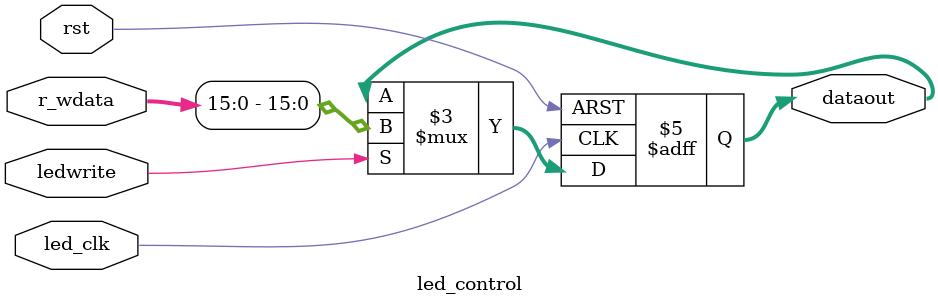
<source format=v>
`timescale 1ns/1ps
module led_control(
input led_clk,
input rst,
input ledwrite,
input [31:0] r_wdata,
output reg [15:0]dataout                                       
);


  
//Í¨¹ýÊ²Ã´ÐÅºÅÅÐ¶ÁÊýÂë¹Ü»¹ÊÇled£¨ÏÖÔÚµÄÉèÏëÊÇÍ¨¹ý¶àÂ·Ñ¡ÔñÆ÷£©

//      Light_seg light_seg1(.s(temp[31:28]),.segwrite(segwrite), .light(seg_led1));
//      Light_seg light_seg2(.s(temp[27:24]),.segwrite(segwrite), .light(seg_led2));
//      Light_seg light_seg3(.s(temp[23:20]),.segwrite(segwrite), .light(seg_led3));
//      Light_seg light_seg4(.s(temp[19:16]),.segwrite(segwrite), .light(seg_led4));
//      Light_seg light_seg5(.s(temp[15:12]),.segwrite(segwrite), .light(seg_led5));
//      Light_seg light_seg6(.s(temp[11:8]),.segwrite(segwrite), .light(seg_led6));
//      Light_seg light_seg7(.s(temp[7:4]), .segwrite(segwrite),.light(seg_led7));
//      Light_seg light_seg8(.s(temp[3:0]),.segwrite(segwrite), .light(seg_led8));
 
always@(posedge led_clk or posedge rst )//or posedge rst)
begin
if(rst) begin
dataout <=16'h0000;
end
else if( ledwrite) begin
dataout <=r_wdata[15:0];
end
else begin
dataout <=dataout;
end 
end
//view vw(
endmodule
</source>
